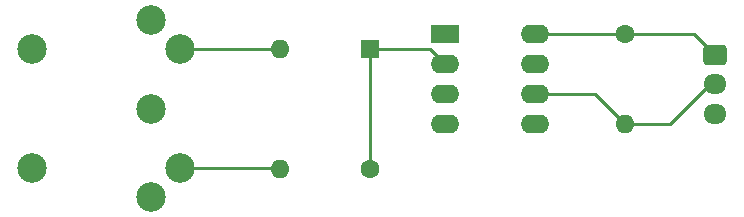
<source format=gbr>
%TF.GenerationSoftware,KiCad,Pcbnew,(6.0.1)*%
%TF.CreationDate,2022-02-12T00:31:54+11:00*%
%TF.ProjectId,VolcaModularMidi,566f6c63-614d-46f6-9475-6c61724d6964,rev?*%
%TF.SameCoordinates,Original*%
%TF.FileFunction,Copper,L1,Top*%
%TF.FilePolarity,Positive*%
%FSLAX46Y46*%
G04 Gerber Fmt 4.6, Leading zero omitted, Abs format (unit mm)*
G04 Created by KiCad (PCBNEW (6.0.1)) date 2022-02-12 00:31:54*
%MOMM*%
%LPD*%
G01*
G04 APERTURE LIST*
G04 Aperture macros list*
%AMRoundRect*
0 Rectangle with rounded corners*
0 $1 Rounding radius*
0 $2 $3 $4 $5 $6 $7 $8 $9 X,Y pos of 4 corners*
0 Add a 4 corners polygon primitive as box body*
4,1,4,$2,$3,$4,$5,$6,$7,$8,$9,$2,$3,0*
0 Add four circle primitives for the rounded corners*
1,1,$1+$1,$2,$3*
1,1,$1+$1,$4,$5*
1,1,$1+$1,$6,$7*
1,1,$1+$1,$8,$9*
0 Add four rect primitives between the rounded corners*
20,1,$1+$1,$2,$3,$4,$5,0*
20,1,$1+$1,$4,$5,$6,$7,0*
20,1,$1+$1,$6,$7,$8,$9,0*
20,1,$1+$1,$8,$9,$2,$3,0*%
G04 Aperture macros list end*
%TA.AperFunction,ComponentPad*%
%ADD10C,1.600000*%
%TD*%
%TA.AperFunction,ComponentPad*%
%ADD11O,1.600000X1.600000*%
%TD*%
%TA.AperFunction,ComponentPad*%
%ADD12RoundRect,0.250000X-0.725000X0.600000X-0.725000X-0.600000X0.725000X-0.600000X0.725000X0.600000X0*%
%TD*%
%TA.AperFunction,ComponentPad*%
%ADD13O,1.950000X1.700000*%
%TD*%
%TA.AperFunction,WasherPad*%
%ADD14C,2.499360*%
%TD*%
%TA.AperFunction,ComponentPad*%
%ADD15C,2.499360*%
%TD*%
%TA.AperFunction,ComponentPad*%
%ADD16R,2.400000X1.600000*%
%TD*%
%TA.AperFunction,ComponentPad*%
%ADD17O,2.400000X1.600000*%
%TD*%
%TA.AperFunction,ComponentPad*%
%ADD18R,1.600000X1.600000*%
%TD*%
%TA.AperFunction,Conductor*%
%ADD19C,0.250000*%
%TD*%
G04 APERTURE END LIST*
D10*
%TO.P,R2,1*%
%TO.N,VCC*%
X129540000Y-64770000D03*
D11*
%TO.P,R2,2*%
%TO.N,RX*%
X129540000Y-72390000D03*
%TD*%
D12*
%TO.P,J1,1,Pin_1*%
%TO.N,VCC*%
X137160000Y-66580000D03*
D13*
%TO.P,J1,2,Pin_2*%
%TO.N,RX*%
X137160000Y-69080000D03*
%TO.P,J1,3,Pin_3*%
%TO.N,GND*%
X137160000Y-71580000D03*
%TD*%
D10*
%TO.P,R1,1*%
%TO.N,Net-(D1-Pad1)*%
X107950000Y-76200000D03*
D11*
%TO.P,R1,2*%
%TO.N,Net-(J2-Pad4)*%
X100330000Y-76200000D03*
%TD*%
D14*
%TO.P,J2,*%
%TO.N,*%
X79362300Y-66118740D03*
X79362300Y-76121260D03*
D15*
%TO.P,J2,1*%
%TO.N,unconnected-(J2-Pad1)*%
X89357200Y-78618080D03*
%TO.P,J2,2*%
%TO.N,unconnected-(J2-Pad2)*%
X89359740Y-71120000D03*
%TO.P,J2,3*%
%TO.N,unconnected-(J2-Pad3)*%
X89357200Y-63621920D03*
%TO.P,J2,4*%
%TO.N,Net-(J2-Pad4)*%
X91859100Y-76116180D03*
%TO.P,J2,5*%
%TO.N,Net-(D1-Pad2)*%
X91859100Y-66123820D03*
%TD*%
D16*
%TO.P,U1,1,NC*%
%TO.N,unconnected-(U1-Pad1)*%
X114300000Y-64780000D03*
D17*
%TO.P,U1,2,C1*%
%TO.N,Net-(D1-Pad1)*%
X114300000Y-67320000D03*
%TO.P,U1,3,C2*%
%TO.N,Net-(D1-Pad2)*%
X114300000Y-69860000D03*
%TO.P,U1,4,NC*%
%TO.N,unconnected-(U1-Pad4)*%
X114300000Y-72400000D03*
%TO.P,U1,5,GND*%
%TO.N,GND*%
X121920000Y-72400000D03*
%TO.P,U1,6,VO2*%
%TO.N,RX*%
X121920000Y-69860000D03*
%TO.P,U1,7,VO1*%
%TO.N,unconnected-(U1-Pad7)*%
X121920000Y-67320000D03*
%TO.P,U1,8,VCC*%
%TO.N,VCC*%
X121920000Y-64780000D03*
%TD*%
D18*
%TO.P,D1,1,K*%
%TO.N,Net-(D1-Pad1)*%
X107950000Y-66040000D03*
D11*
%TO.P,D1,2,A*%
%TO.N,Net-(D1-Pad2)*%
X100330000Y-66040000D03*
%TD*%
D19*
%TO.N,Net-(D1-Pad1)*%
X107950000Y-76200000D02*
X107950000Y-66040000D01*
X113020000Y-66040000D02*
X114300000Y-67320000D01*
X107950000Y-66040000D02*
X113020000Y-66040000D01*
%TO.N,Net-(D1-Pad2)*%
X100246180Y-66123820D02*
X100330000Y-66040000D01*
X91859100Y-66123820D02*
X100246180Y-66123820D01*
%TO.N,RX*%
X121920000Y-69860000D02*
X127010000Y-69860000D01*
X133350000Y-72390000D02*
X137160000Y-68580000D01*
X129540000Y-72390000D02*
X133350000Y-72390000D01*
X127010000Y-69860000D02*
X129540000Y-72390000D01*
%TO.N,VCC*%
X129540000Y-64770000D02*
X135350000Y-64770000D01*
X129530000Y-64780000D02*
X129540000Y-64770000D01*
X121920000Y-64780000D02*
X129530000Y-64780000D01*
X135350000Y-64770000D02*
X137160000Y-66580000D01*
%TO.N,Net-(J2-Pad4)*%
X100246180Y-76116180D02*
X100330000Y-76200000D01*
X91859100Y-76116180D02*
X100246180Y-76116180D01*
%TD*%
M02*

</source>
